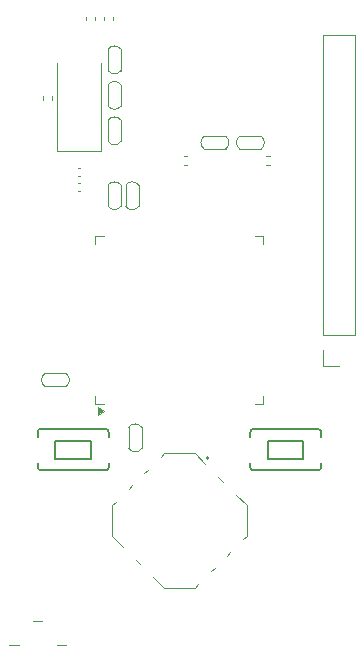
<source format=gto>
%TF.GenerationSoftware,KiCad,Pcbnew,9.0.5*%
%TF.CreationDate,2025-10-29T14:00:37-04:00*%
%TF.ProjectId,MY-MP3,4d592d4d-5033-42e6-9b69-6361645f7063,rev?*%
%TF.SameCoordinates,Original*%
%TF.FileFunction,Legend,Top*%
%TF.FilePolarity,Positive*%
%FSLAX46Y46*%
G04 Gerber Fmt 4.6, Leading zero omitted, Abs format (unit mm)*
G04 Created by KiCad (PCBNEW 9.0.5) date 2025-10-29 14:00:37*
%MOMM*%
%LPD*%
G01*
G04 APERTURE LIST*
%ADD10C,0.120000*%
%ADD11C,0.203200*%
%ADD12C,0.100000*%
%ADD13C,0.200000*%
G04 APERTURE END LIST*
D10*
%TO.C,R6*%
X139370000Y-74143641D02*
X139370000Y-73836359D01*
X140130000Y-74143641D02*
X140130000Y-73836359D01*
%TO.C,J4*%
X157920000Y-100810000D02*
X157920000Y-75350000D01*
X157920000Y-103410000D02*
X157920000Y-102080000D01*
X159250000Y-103410000D02*
X157920000Y-103410000D01*
X160580000Y-75350000D02*
X157920000Y-75350000D01*
X160580000Y-100810000D02*
X157920000Y-100810000D01*
X160580000Y-100810000D02*
X160580000Y-75350000D01*
%TO.C,C8*%
X147850000Y-83950000D02*
X149650000Y-83950000D01*
X149650000Y-85049999D02*
X147850000Y-85050000D01*
X147850000Y-85050000D02*
G75*
G02*
X147850000Y-83950000I395124J550000D01*
G01*
X149650000Y-83949999D02*
G75*
G02*
X149650000Y-85049999I-395124J-550000D01*
G01*
%TO.C,C4*%
X139700001Y-84400000D02*
X139700000Y-82600000D01*
X140800000Y-82600000D02*
X140800000Y-84400000D01*
X139700000Y-82600000D02*
G75*
G02*
X140800000Y-82600000I550000J-395124D01*
G01*
X140800001Y-84400000D02*
G75*
G02*
X139700001Y-84400000I-550000J395124D01*
G01*
D11*
%TO.C,SW7*%
X133750000Y-109000000D02*
X133750000Y-109400000D01*
X133750000Y-111600000D02*
X133750000Y-112000000D01*
X134000000Y-108750000D02*
X139500000Y-108750000D01*
X135250000Y-109750000D02*
X135250000Y-111250000D01*
X135250000Y-109750000D02*
X138250000Y-109750000D01*
X138250000Y-109750000D02*
X138250000Y-111250000D01*
X138250000Y-111250000D02*
X135250000Y-111250000D01*
X139500000Y-112250000D02*
X134000000Y-112250000D01*
X139750000Y-109000000D02*
X139750000Y-109400000D01*
X139750000Y-111600000D02*
X139750000Y-112000000D01*
X133750000Y-109000000D02*
G75*
G02*
X134000000Y-108750000I250000J0D01*
G01*
X134000000Y-112250000D02*
G75*
G02*
X133750000Y-112000000I0J250000D01*
G01*
X139500000Y-108750000D02*
G75*
G02*
X139750000Y-109000000I1J-249999D01*
G01*
X139750000Y-112000000D02*
G75*
G02*
X139500000Y-112250000I-249999J-1D01*
G01*
D10*
%TO.C,LED1*%
X134150000Y-125000000D02*
X133350000Y-125000000D01*
D11*
%TO.C,SW8*%
X151750000Y-109400000D02*
X151750000Y-109000000D01*
X151750000Y-112000000D02*
X151750000Y-111600000D01*
X152000000Y-108750000D02*
X157500000Y-108750000D01*
X153250000Y-109750000D02*
X156250000Y-109750000D01*
X153250000Y-111250000D02*
X153250000Y-109750000D01*
X156250000Y-111250000D02*
X153250000Y-111250000D01*
X156250000Y-111250000D02*
X156250000Y-109750000D01*
X157500000Y-112250000D02*
X152000000Y-112250000D01*
X157750000Y-109400000D02*
X157750000Y-109000000D01*
X157750000Y-112000000D02*
X157750000Y-111600000D01*
X151750000Y-109000000D02*
G75*
G02*
X152000000Y-108750000I249999J1D01*
G01*
X152000000Y-112250000D02*
G75*
G02*
X151750000Y-112000000I-1J249999D01*
G01*
X157500000Y-108750000D02*
G75*
G02*
X157750000Y-109000000I0J-250000D01*
G01*
X157750000Y-112000000D02*
G75*
G02*
X157500000Y-112250000I-250000J0D01*
G01*
D10*
%TO.C,LED3*%
X135350000Y-127000000D02*
X136150000Y-127000000D01*
%TO.C,R5*%
X137870000Y-74153641D02*
X137870000Y-73846359D01*
X138630000Y-74153641D02*
X138630000Y-73846359D01*
%TO.C,C12*%
X139700000Y-89900000D02*
X139700000Y-88100000D01*
X140799999Y-88100000D02*
X140800000Y-89900000D01*
X139699999Y-88100000D02*
G75*
G02*
X140799999Y-88100000I550000J-395124D01*
G01*
X140800000Y-89900000D02*
G75*
G02*
X139700000Y-89900000I-550000J395124D01*
G01*
%TO.C,LED2*%
X131350000Y-127000000D02*
X132150000Y-127000000D01*
%TO.C,FB2*%
X137350200Y-87890000D02*
X137149800Y-87890000D01*
X137350200Y-88610000D02*
X137149800Y-88610000D01*
%TO.C,C19*%
X141200000Y-89900000D02*
X141200000Y-88100000D01*
X142299999Y-88100000D02*
X142300000Y-89900000D01*
X141199999Y-88100000D02*
G75*
G02*
X142299999Y-88100000I550000J-395124D01*
G01*
X142300000Y-89900000D02*
G75*
G02*
X141200000Y-89900000I-550000J395124D01*
G01*
%TO.C,C31*%
X141450000Y-110400000D02*
X141450000Y-108600000D01*
X142549999Y-108600000D02*
X142550000Y-110400000D01*
X141449999Y-108600000D02*
G75*
G02*
X142549999Y-108600000I550000J-395124D01*
G01*
X142550000Y-110400000D02*
G75*
G02*
X141450000Y-110400000I-550000J395124D01*
G01*
%TO.C,FB1*%
X137350200Y-86640000D02*
X137149800Y-86640000D01*
X137350200Y-87360000D02*
X137149800Y-87360000D01*
%TO.C,C7*%
X150850000Y-83950001D02*
X152650000Y-83950000D01*
X152650000Y-85050000D02*
X150850000Y-85050000D01*
X150850000Y-85050001D02*
G75*
G02*
X150850000Y-83950001I395124J550000D01*
G01*
X152650000Y-83950000D02*
G75*
G02*
X152650000Y-85050000I-395124J-550000D01*
G01*
%TO.C,R8*%
X146096359Y-85620000D02*
X146403641Y-85620000D01*
X146096359Y-86380000D02*
X146403641Y-86380000D01*
%TO.C,Y1*%
X135390000Y-77740000D02*
X135390000Y-85185000D01*
X135390000Y-85185000D02*
X139110000Y-85185000D01*
X139110000Y-85185000D02*
X139110000Y-77740000D01*
D12*
%TO.C,SW6*%
X140050000Y-115200000D02*
X140350000Y-114900000D01*
X140050000Y-117800001D02*
X140050000Y-115200000D01*
X140950000Y-118700000D02*
X140050000Y-117800001D01*
X141750000Y-113500000D02*
X141450000Y-113800000D01*
X142450000Y-120200000D02*
X142050000Y-119800000D01*
X143050000Y-112200000D02*
X142750000Y-112500000D01*
X144150000Y-111100000D02*
X144450000Y-110800000D01*
X144450000Y-110800000D02*
X147050000Y-110800000D01*
X144450000Y-122200000D02*
X143550000Y-121300000D01*
X147050000Y-110800000D02*
X147950000Y-111700000D01*
X147050000Y-122200000D02*
X144450000Y-122200000D01*
X147350000Y-121900000D02*
X147050000Y-122200000D01*
X148750000Y-120500000D02*
X148450000Y-120800000D01*
X149050000Y-112800000D02*
X149450000Y-113200000D01*
X150050000Y-119200000D02*
X149750000Y-119500000D01*
X150550000Y-114300000D02*
X151450000Y-115200000D01*
X151450000Y-115200000D02*
X151450000Y-117800000D01*
X151450000Y-117800000D02*
X151150000Y-118100000D01*
D13*
X148230662Y-111207453D02*
G75*
G02*
X148030662Y-111207453I-100000J0D01*
G01*
X148030662Y-111207453D02*
G75*
G02*
X148230662Y-111207453I100000J0D01*
G01*
D10*
%TO.C,C5*%
X139700000Y-78400000D02*
X139700000Y-76600000D01*
X140799999Y-76600000D02*
X140800000Y-78400000D01*
X139699999Y-76600000D02*
G75*
G02*
X140799999Y-76600000I550000J-395124D01*
G01*
X140800000Y-78400000D02*
G75*
G02*
X139700000Y-78400000I-550000J395124D01*
G01*
%TO.C,R7*%
X153403641Y-85620000D02*
X153096359Y-85620000D01*
X153403641Y-86380000D02*
X153096359Y-86380000D01*
%TO.C,R4*%
X134159985Y-80889906D02*
X134159985Y-80582624D01*
X134919985Y-80889906D02*
X134919985Y-80582624D01*
%TO.C,C18*%
X134350000Y-104050001D02*
X136150000Y-104050000D01*
X136150000Y-105150000D02*
X134350000Y-105150000D01*
X134350000Y-105150001D02*
G75*
G02*
X134350000Y-104050001I395124J550000D01*
G01*
X136150000Y-104050000D02*
G75*
G02*
X136150000Y-105150000I-395124J-550000D01*
G01*
%TO.C,U1*%
X138640000Y-92400000D02*
X139340000Y-92400000D01*
X138640000Y-93100000D02*
X138640000Y-92400000D01*
X138640000Y-106620000D02*
X138640000Y-105920000D01*
X139340000Y-106620000D02*
X138640000Y-106620000D01*
X152160000Y-92400000D02*
X152860000Y-92400000D01*
X152860000Y-92400000D02*
X152860000Y-93100000D01*
X152860000Y-105920000D02*
X152860000Y-106620000D01*
X152860000Y-106620000D02*
X152160000Y-106620000D01*
X139340000Y-107260000D02*
X138870000Y-107600000D01*
X138870000Y-106920000D01*
X139340000Y-107260000D01*
G36*
X139340000Y-107260000D02*
G01*
X138870000Y-107600000D01*
X138870000Y-106920000D01*
X139340000Y-107260000D01*
G37*
%TO.C,C6*%
X139700001Y-81400000D02*
X139700000Y-79600000D01*
X140800000Y-79600000D02*
X140800000Y-81400000D01*
X139700000Y-79600000D02*
G75*
G02*
X140800000Y-79600000I550000J-395124D01*
G01*
X140800001Y-81400000D02*
G75*
G02*
X139700001Y-81400000I-550000J395124D01*
G01*
%TD*%
M02*

</source>
